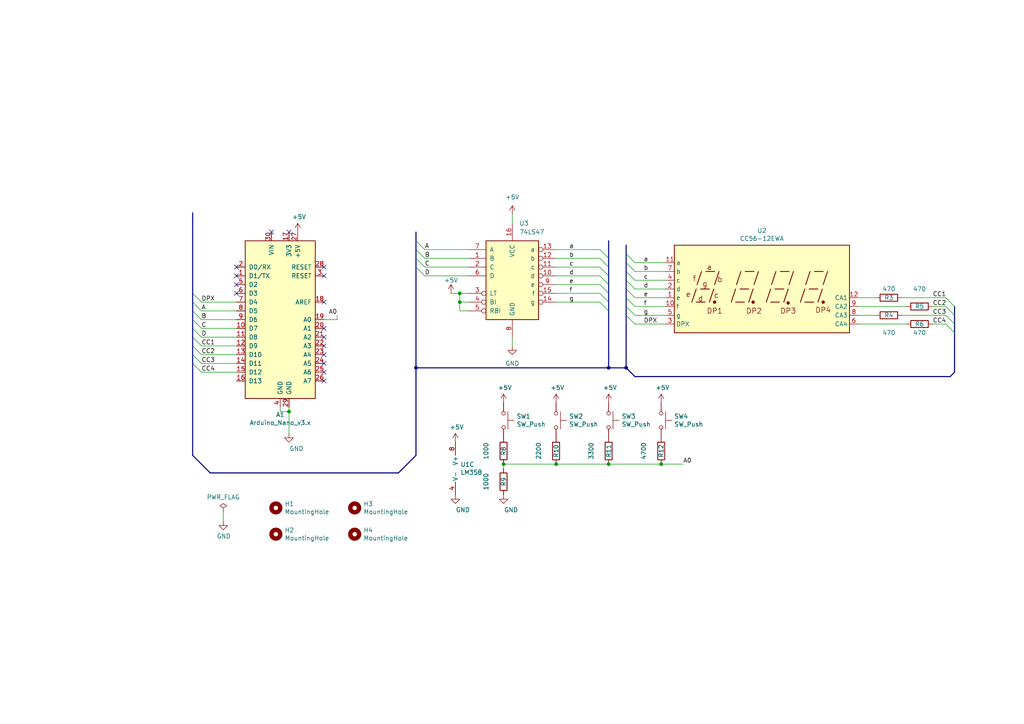
<source format=kicad_sch>
(kicad_sch (version 20211123) (generator eeschema)
  (paper "A4")
  (lib_symbols
    (symbol "74xx:74LS47" (pin_names (offset 1.016))
      (property "Reference" "U" (at -7.62 11.43 0))
      (property "Value" "74LS47" (at -7.62 -13.97 0))
      (symbol "74LS47_1_0"
        (pin input line (at -12.7 5.08 0) (length 5.08) (name "B") (number "1"))
        (pin open_collector inverted (at 12.7 0 180) (length 5.08) (name "d") (number "10"))
        (pin open_collector inverted (at 12.7 2.54 180) (length 5.08) (name "c") (number "11"))
        (pin open_collector inverted (at 12.7 5.08 180) (length 5.08) (name "b") (number "12"))
        (pin open_collector inverted (at 12.7 7.62 180) (length 5.08) (name "a") (number "13"))
        (pin open_collector inverted (at 12.7 -7.62 180) (length 5.08) (name "g") (number "14"))
        (pin open_collector inverted (at 12.7 -5.08 180) (length 5.08) (name "f") (number "15"))
        (pin power_in line (at 0 15.24 270) (length 5.08) (name "VCC") (number "16"))
        (pin input line (at -12.7 2.54 0) (length 5.08) (name "C") (number "2"))
        (pin input inverted (at -12.7 -5.08 0) (length 5.08) (name "LT") (number "3"))
        (pin input inverted (at -12.7 -7.62 0) (length 5.08) (name "BI") (number "4"))
        (pin input inverted (at -12.7 -10.16 0) (length 5.08) (name "RBI") (number "5"))
        (pin input line (at -12.7 0 0) (length 5.08) (name "D") (number "6"))
        (pin input line (at -12.7 7.62 0) (length 5.08) (name "A") (number "7"))
        (pin power_in line (at 0 -17.78 90) (length 5.08) (name "GND") (number "8"))
        (pin open_collector inverted (at 12.7 -2.54 180) (length 5.08) (name "e") (number "9"))
      )
      (symbol "74LS47_1_1"
        (rectangle (start -7.62 10.16) (end 7.62 -12.7) (stroke (width 0.254)) (fill (type background)))
      )
    )
    (symbol "Termometro-rescue:+5V-power" (power) (pin_names (offset 0))
      (property "Value" "+5V-power" (at 0 3.556 0))
      (symbol "+5V-power_0_1"
        (polyline (pts (xy -0.762 1.27) (xy 0 2.54)))
        (polyline (pts (xy 0 0) (xy 0 2.54)))
        (polyline (pts (xy 0 2.54) (xy 0.762 1.27)))
      )
      (symbol "+5V-power_1_1"
        (pin power_in line (at 0 0 90) (length 0) hide (name "+5V") (number "1"))
      )
    )
    (symbol "Termometro-rescue:Arduino_Nano_v3.x-MCU_Module" (pin_names (offset 1.016))
      (property "Reference" "A" (at -5.08 26.035 0))
      (property "Value" "Arduino_Nano_v3.x-MCU_Module" (at -5.08 24.13 0))
      (symbol "Arduino_Nano_v3.x-MCU_Module_0_1"
        (rectangle (start -10.16 22.86) (end 10.16 -22.86) (stroke (width 0.254)) (fill (type background)))
      )
      (symbol "Arduino_Nano_v3.x-MCU_Module_1_1"
        (pin bidirectional line (at -12.7 12.7 0) (length 2.54) (name "D1/TX") (number "1"))
        (pin bidirectional line (at -12.7 -2.54 0) (length 2.54) (name "D7") (number "10"))
        (pin bidirectional line (at -12.7 -5.08 0) (length 2.54) (name "D8") (number "11"))
        (pin bidirectional line (at -12.7 -7.62 0) (length 2.54) (name "D9") (number "12"))
        (pin bidirectional line (at -12.7 -10.16 0) (length 2.54) (name "D10") (number "13"))
        (pin bidirectional line (at -12.7 -12.7 0) (length 2.54) (name "D11") (number "14"))
        (pin bidirectional line (at -12.7 -15.24 0) (length 2.54) (name "D12") (number "15"))
        (pin bidirectional line (at -12.7 -17.78 0) (length 2.54) (name "D13") (number "16"))
        (pin power_out line (at 2.54 25.4 270) (length 2.54) (name "3V3") (number "17"))
        (pin input line (at 12.7 5.08 180) (length 2.54) (name "AREF") (number "18"))
        (pin bidirectional line (at 12.7 0 180) (length 2.54) (name "A0") (number "19"))
        (pin bidirectional line (at -12.7 15.24 0) (length 2.54) (name "D0/RX") (number "2"))
        (pin bidirectional line (at 12.7 -2.54 180) (length 2.54) (name "A1") (number "20"))
        (pin bidirectional line (at 12.7 -5.08 180) (length 2.54) (name "A2") (number "21"))
        (pin bidirectional line (at 12.7 -7.62 180) (length 2.54) (name "A3") (number "22"))
        (pin bidirectional line (at 12.7 -10.16 180) (length 2.54) (name "A4") (number "23"))
        (pin bidirectional line (at 12.7 -12.7 180) (length 2.54) (name "A5") (number "24"))
        (pin bidirectional line (at 12.7 -15.24 180) (length 2.54) (name "A6") (number "25"))
        (pin bidirectional line (at 12.7 -17.78 180) (length 2.54) (name "A7") (number "26"))
        (pin power_out line (at 5.08 25.4 270) (length 2.54) (name "+5V") (number "27"))
        (pin input line (at 12.7 15.24 180) (length 2.54) (name "RESET") (number "28"))
        (pin power_in line (at 2.54 -25.4 90) (length 2.54) (name "GND") (number "29"))
        (pin input line (at 12.7 12.7 180) (length 2.54) (name "RESET") (number "3"))
        (pin power_in line (at -2.54 25.4 270) (length 2.54) (name "VIN") (number "30"))
        (pin power_in line (at 0 -25.4 90) (length 2.54) (name "GND") (number "4"))
        (pin bidirectional line (at -12.7 10.16 0) (length 2.54) (name "D2") (number "5"))
        (pin bidirectional line (at -12.7 7.62 0) (length 2.54) (name "D3") (number "6"))
        (pin bidirectional line (at -12.7 5.08 0) (length 2.54) (name "D4") (number "7"))
        (pin bidirectional line (at -12.7 2.54 0) (length 2.54) (name "D5") (number "8"))
        (pin bidirectional line (at -12.7 0 0) (length 2.54) (name "D6") (number "9"))
      )
    )
    (symbol "Termometro-rescue:CA56-12CGKWA-Display_Character"
      (property "Reference" "U" (at -24.13 13.97 0))
      (property "Value" "CA56-12CGKWA-Display_Character" (at 17.78 13.97 0))
      (symbol "CA56-12CGKWA-Display_Character_0_0"
        (rectangle (start -25.4 12.7) (end 25.4 -12.7) (stroke (width 0.254)) (fill (type background)))
        (polyline (pts (xy -20.32 -3.81) (xy -19.05 0)) (stroke (width 0.254)))
        (polyline (pts (xy -19.05 -3.81) (xy -16.51 -3.81)) (stroke (width 0.254)))
        (polyline (pts (xy -18.796 1.27) (xy -17.526 5.08)) (stroke (width 0.254)))
        (polyline (pts (xy -17.78 0) (xy -15.24 0)) (stroke (width 0.254)))
        (polyline (pts (xy -16.256 5.08) (xy -13.716 5.08)) (stroke (width 0.254)))
        (polyline (pts (xy -15.24 -3.81) (xy -13.97 0)) (stroke (width 0.254)))
        (polyline (pts (xy -13.716 1.27) (xy -12.446 5.08)) (stroke (width 0.254)))
        (polyline (pts (xy -8.89 -3.81) (xy -7.62 0)) (stroke (width 0.254)))
        (polyline (pts (xy -7.62 -3.81) (xy -5.08 -3.81)) (stroke (width 0.254)))
        (polyline (pts (xy -7.366 1.27) (xy -6.096 5.08)) (stroke (width 0.254)))
        (polyline (pts (xy -6.35 0) (xy -3.81 0)) (stroke (width 0.254)))
        (polyline (pts (xy -4.826 5.08) (xy -2.286 5.08)) (stroke (width 0.254)))
        (polyline (pts (xy -3.81 -3.81) (xy -2.54 0)) (stroke (width 0.254)))
        (polyline (pts (xy -2.286 1.27) (xy -1.016 5.08)) (stroke (width 0.254)))
        (polyline (pts (xy 1.27 -3.81) (xy 2.54 0)) (stroke (width 0.254)))
        (polyline (pts (xy 2.54 -3.81) (xy 5.08 -3.81)) (stroke (width 0.254)))
        (polyline (pts (xy 2.794 1.27) (xy 4.064 5.08)) (stroke (width 0.254)))
        (polyline (pts (xy 3.81 0) (xy 6.35 0)) (stroke (width 0.254)))
        (polyline (pts (xy 5.334 5.08) (xy 7.874 5.08)) (stroke (width 0.254)))
        (polyline (pts (xy 6.35 -3.81) (xy 7.62 0)) (stroke (width 0.254)))
        (polyline (pts (xy 7.874 1.27) (xy 9.144 5.08)) (stroke (width 0.254)))
        (polyline (pts (xy 11.176 -3.81) (xy 12.446 0)) (stroke (width 0.254)))
        (polyline (pts (xy 12.446 -3.81) (xy 14.986 -3.81)) (stroke (width 0.254)))
        (polyline (pts (xy 12.7 1.27) (xy 13.97 5.08)) (stroke (width 0.254)))
        (polyline (pts (xy 13.716 0) (xy 16.256 0)) (stroke (width 0.254)))
        (polyline (pts (xy 15.24 5.08) (xy 17.78 5.08)) (stroke (width 0.254)))
        (polyline (pts (xy 16.256 -3.81) (xy 17.526 0)) (stroke (width 0.254)))
        (polyline (pts (xy 17.78 1.27) (xy 19.05 5.08)) (stroke (width 0.254)))
        (text "a" (at -15.24 6.35 0) (effects (font (size 1.524 1.524))))
        (text "b" (at -12.192 2.794 0) (effects (font (size 1.524 1.524))))
        (text "c" (at -13.208 -1.778 0) (effects (font (size 1.524 1.524))))
        (text "d" (at -17.78 -2.794 0) (effects (font (size 1.524 1.524))))
        (text "DP1" (at -13.716 -6.35 0) (effects (font (size 1.524 1.524))))
        (text "DP2" (at -2.286 -6.35 0) (effects (font (size 1.524 1.524))))
        (text "DP3" (at 7.62 -6.35 0) (effects (font (size 1.524 1.524))))
        (text "DP4" (at 17.78 -6.096 0) (effects (font (size 1.524 1.524))))
        (text "e" (at -21.336 -1.524 0) (effects (font (size 1.524 1.524))))
        (text "f" (at -19.558 3.048 0) (effects (font (size 1.524 1.524))))
        (text "g" (at -16.51 1.524 0) (effects (font (size 1.524 1.524))))
      )
      (symbol "CA56-12CGKWA-Display_Character_0_1"
        (circle (center -13.716 -3.81) (radius 0.3556) (stroke (width 0.254)) (fill (type outline)))
        (circle (center -2.54 -3.81) (radius 0.3556) (stroke (width 0.254)) (fill (type outline)))
      )
      (symbol "CA56-12CGKWA-Display_Character_1_0"
        (circle (center 7.62 -4.064) (radius 0.3556) (stroke (width 0.254)) (fill (type outline)))
        (circle (center 17.78 -3.81) (radius 0.3556) (stroke (width 0.254)) (fill (type outline)))
      )
      (symbol "CA56-12CGKWA-Display_Character_1_1"
        (pin input line (at -27.94 -2.54 0) (length 2.54) (name "e") (number "1"))
        (pin input line (at -27.94 -5.08 0) (length 2.54) (name "f") (number "10"))
        (pin input line (at -27.94 7.62 0) (length 2.54) (name "a") (number "11"))
        (pin input line (at 27.94 -2.54 180) (length 2.54) (name "CA1") (number "12"))
        (pin input line (at -27.94 0 0) (length 2.54) (name "d") (number "2"))
        (pin input line (at -27.94 -10.16 0) (length 2.54) (name "DPX") (number "3"))
        (pin input line (at -27.94 2.54 0) (length 2.54) (name "c") (number "4"))
        (pin input line (at -27.94 -7.62 0) (length 2.54) (name "g") (number "5"))
        (pin input line (at 27.94 -10.16 180) (length 2.54) (name "CA4") (number "6"))
        (pin input line (at -27.94 5.08 0) (length 2.54) (name "b") (number "7"))
        (pin input line (at 27.94 -7.62 180) (length 2.54) (name "CA3") (number "8"))
        (pin input line (at 27.94 -5.08 180) (length 2.54) (name "CA2") (number "9"))
      )
    )
    (symbol "Termometro-rescue:GND-power" (power) (pin_names (offset 0))
      (property "Value" "GND-power" (at 0 -3.81 0))
      (symbol "GND-power_0_1"
        (polyline (pts (xy 0 0) (xy 0 -1.27) (xy 1.27 -1.27) (xy 0 -2.54) (xy -1.27 -1.27) (xy 0 -1.27)))
      )
      (symbol "GND-power_1_1"
        (pin power_in line (at 0 0 270) (length 0) hide (name "GND") (number "1"))
      )
    )
    (symbol "Termometro-rescue:LM358-Amplifier_Operational" (pin_names (offset 0.127))
      (property "Reference" "U" (at 0 5.08 0))
      (property "Value" "LM358-Amplifier_Operational" (at 0 -5.08 0))
      (symbol "LM358-Amplifier_Operational_1_1"
        (polyline (pts (xy -5.08 5.08) (xy 5.08 0) (xy -5.08 -5.08) (xy -5.08 5.08)) (stroke (width 0.254)) (fill (type background)))
        (pin output line (at 7.62 0 180) (length 2.54) (name "~") (number "1"))
        (pin input line (at -7.62 -2.54 0) (length 2.54) (name "-") (number "2"))
        (pin input line (at -7.62 2.54 0) (length 2.54) (name "+") (number "3"))
      )
      (symbol "LM358-Amplifier_Operational_2_1"
        (polyline (pts (xy -5.08 5.08) (xy 5.08 0) (xy -5.08 -5.08) (xy -5.08 5.08)) (stroke (width 0.254)) (fill (type background)))
        (pin input line (at -7.62 2.54 0) (length 2.54) (name "+") (number "5"))
        (pin input line (at -7.62 -2.54 0) (length 2.54) (name "-") (number "6"))
        (pin output line (at 7.62 0 180) (length 2.54) (name "~") (number "7"))
      )
      (symbol "LM358-Amplifier_Operational_3_1"
        (pin power_in line (at -2.54 -7.62 90) (length 3.81) (name "V-") (number "4"))
        (pin power_in line (at -2.54 7.62 270) (length 3.81) (name "V+") (number "8"))
      )
    )
    (symbol "Termometro-rescue:MountingHole-Mechanical" (pin_names (offset 1.016))
      (property "Reference" "H" (at 0 5.08 0))
      (property "Value" "MountingHole-Mechanical" (at 0 3.175 0))
      (symbol "MountingHole-Mechanical_0_1"
        (circle (center 0 0) (radius 1.27) (stroke (width 1.27)))
      )
    )
    (symbol "Termometro-rescue:PWR_FLAG-power" (power) (pin_numbers hide) (pin_names (offset 0) hide)
      (property "Value" "PWR_FLAG-power" (at 0 3.81 0))
      (symbol "PWR_FLAG-power_0_0"
        (pin power_out line (at 0 0 90) (length 0) (name "pwr") (number "1"))
      )
      (symbol "PWR_FLAG-power_0_1"
        (polyline (pts (xy 0 0) (xy 0 1.27) (xy -1.016 1.905) (xy 0 2.54) (xy 1.016 1.905) (xy 0 1.27)))
      )
    )
    (symbol "Termometro-rescue:R-Device" (pin_numbers hide) (pin_names (offset 0))
      (property "Reference" "R" (at 2.032 0 90))
      (property "Value" "R-Device" (at 0 0 90))
      (symbol "R-Device_0_1"
        (rectangle (start -1.016 -2.54) (end 1.016 2.54) (stroke (width 0.254)))
      )
      (symbol "R-Device_1_1"
        (pin passive line (at 0 3.81 270) (length 1.27) (name "~") (number "1"))
        (pin passive line (at 0 -3.81 90) (length 1.27) (name "~") (number "2"))
      )
    )
    (symbol "Termometro-rescue:SW_Push-Switch" (pin_numbers hide) (pin_names (offset 1.016) hide)
      (property "Reference" "SW" (at 1.27 2.54 0))
      (property "Value" "SW_Push-Switch" (at 0 -1.524 0))
      (symbol "SW_Push-Switch_0_1"
        (circle (center -2.032 0) (radius 0.508))
        (polyline (pts (xy 0 1.27) (xy 0 3.048)))
        (polyline (pts (xy 2.54 1.27) (xy -2.54 1.27)))
        (circle (center 2.032 0) (radius 0.508))
        (pin passive line (at -5.08 0 0) (length 2.54) (name "1") (number "1"))
        (pin passive line (at 5.08 0 180) (length 2.54) (name "2") (number "2"))
      )
    )
    (symbol "power:+5V" (power) (pin_names (offset 0))
      (property "Value" "+5V" (at 0 3.556 0))
      (symbol "+5V_0_1"
        (polyline (pts (xy -0.762 1.27) (xy 0 2.54)))
        (polyline (pts (xy 0 0) (xy 0 2.54)))
        (polyline (pts (xy 0 2.54) (xy 0.762 1.27)))
      )
      (symbol "+5V_1_1"
        (pin power_in line (at 0 0 90) (length 0) hide (name "+5V") (number "1"))
      )
    )
    (symbol "power:GND" (power) (pin_names (offset 0))
      (property "Value" "GND" (at 0 -3.81 0))
      (symbol "GND_0_1"
        (polyline (pts (xy 0 0) (xy 0 -1.27) (xy 1.27 -1.27) (xy 0 -2.54) (xy -1.27 -1.27) (xy 0 -1.27)))
      )
      (symbol "GND_1_1"
        (pin power_in line (at 0 0 270) (length 0) hide (name "GND") (number "1"))
      )
    )
  )
  (junction (at 161.29 134.62))
  (junction (at 133.35 87.63))
  (junction (at 83.82 119.38))
  (junction (at 181.61 106.68))
  (junction (at 146.05 134.62))
  (junction (at 133.35 85.09))
  (junction (at 176.53 106.68))
  (junction (at 176.53 134.62))
  (junction (at 191.77 134.62))
  (junction (at 120.65 106.68))
  (no_connect (at 93.98 105.41))
  (no_connect (at 68.58 77.47))
  (no_connect (at 68.58 85.09))
  (no_connect (at 68.58 82.55))
  (no_connect (at 68.58 80.01))
  (no_connect (at 93.98 100.33))
  (no_connect (at 83.82 67.31))
  (no_connect (at 93.98 102.87))
  (no_connect (at 93.98 97.79))
  (no_connect (at 93.98 110.49))
  (no_connect (at 93.98 87.63))
  (no_connect (at 93.98 107.95))
  (no_connect (at 78.74 67.31))
  (no_connect (at 93.98 95.25))
  (no_connect (at 93.98 80.01))
  (no_connect (at 93.98 77.47))
  (bus_entry (at 55.88 90.17) (size 2.54 2.54))
  (bus_entry (at 181.61 83.82) (size 2.54 2.54))
  (bus_entry (at 55.88 87.63) (size 2.54 2.54))
  (bus_entry (at 181.61 88.9) (size 2.54 2.54))
  (bus_entry (at 55.88 97.79) (size 2.54 2.54))
  (bus_entry (at 274.32 86.36) (size 2.54 2.54))
  (bus_entry (at 55.88 105.41) (size 2.54 2.54))
  (bus_entry (at 55.88 102.87) (size 2.54 2.54))
  (bus_entry (at 181.61 78.74) (size 2.54 2.54))
  (bus_entry (at 181.61 73.66) (size 2.54 2.54))
  (bus_entry (at 274.32 88.9) (size 2.54 2.54))
  (bus_entry (at 274.32 93.98) (size 2.54 2.54))
  (bus_entry (at 173.99 80.01) (size 2.54 2.54))
  (bus_entry (at 173.99 82.55) (size 2.54 2.54))
  (bus_entry (at 173.99 85.09) (size 2.54 2.54))
  (bus_entry (at 173.99 87.63) (size 2.54 2.54))
  (bus_entry (at 173.99 72.39) (size 2.54 2.54))
  (bus_entry (at 173.99 74.93) (size 2.54 2.54))
  (bus_entry (at 173.99 77.47) (size 2.54 2.54))
  (bus_entry (at 181.61 86.36) (size 2.54 2.54))
  (bus_entry (at 181.61 76.2) (size 2.54 2.54))
  (bus_entry (at 181.61 81.28) (size 2.54 2.54))
  (bus_entry (at 55.88 85.09) (size 2.54 2.54))
  (bus_entry (at 55.88 100.33) (size 2.54 2.54))
  (bus_entry (at 120.65 69.85) (size 2.54 2.54))
  (bus_entry (at 120.65 72.39) (size 2.54 2.54))
  (bus_entry (at 120.65 74.93) (size 2.54 2.54))
  (bus_entry (at 120.65 77.47) (size 2.54 2.54))
  (bus_entry (at 55.88 95.25) (size 2.54 2.54))
  (bus_entry (at 181.61 91.44) (size 2.54 2.54))
  (bus_entry (at 274.32 91.44) (size 2.54 2.54))
  (bus_entry (at 55.88 92.71) (size 2.54 2.54))
  (bus (pts (xy 120.65 69.85) (xy 120.65 72.39)))
  (bus (pts (xy 176.53 87.63) (xy 176.53 90.17)))
  (bus (pts (xy 181.61 106.68) (xy 184.15 109.22)))
  (wire (pts (xy 133.35 85.09) (xy 133.35 87.63)))
  (bus (pts (xy 60.96 137.16) (xy 115.57 137.16)))
  (bus (pts (xy 176.53 82.55) (xy 176.53 85.09)))
  (wire (pts (xy 133.35 87.63) (xy 135.89 87.63)))
  (bus (pts (xy 176.53 77.47) (xy 176.53 80.01)))
  (bus (pts (xy 176.53 90.17) (xy 176.53 106.68)))
  (wire (pts (xy 148.59 62.23) (xy 148.59 64.77)))
  (wire (pts (xy 184.15 93.98) (xy 193.04 93.98)))
  (wire (pts (xy 83.82 125.73) (xy 83.82 119.38)))
  (bus (pts (xy 55.88 92.71) (xy 55.88 95.25)))
  (wire (pts (xy 161.29 74.93) (xy 173.99 74.93)))
  (wire (pts (xy 123.19 72.39) (xy 135.89 72.39)))
  (bus (pts (xy 120.65 72.39) (xy 120.65 74.93)))
  (wire (pts (xy 184.15 88.9) (xy 193.04 88.9)))
  (wire (pts (xy 123.19 77.47) (xy 135.89 77.47)))
  (wire (pts (xy 64.77 148.59) (xy 64.77 151.13)))
  (wire (pts (xy 83.82 119.38) (xy 83.82 118.11)))
  (bus (pts (xy 55.88 100.33) (xy 55.88 102.87)))
  (bus (pts (xy 176.53 80.01) (xy 176.53 82.55)))
  (wire (pts (xy 130.81 85.09) (xy 133.35 85.09)))
  (bus (pts (xy 181.61 83.82) (xy 181.61 86.36)))
  (wire (pts (xy 58.42 90.17) (xy 68.58 90.17)))
  (bus (pts (xy 276.86 96.52) (xy 276.86 107.95)))
  (wire (pts (xy 184.15 91.44) (xy 193.04 91.44)))
  (bus (pts (xy 55.88 61.722) (xy 55.88 85.09)))
  (bus (pts (xy 55.88 85.09) (xy 55.88 87.63)))
  (wire (pts (xy 184.15 86.36) (xy 193.04 86.36)))
  (bus (pts (xy 120.65 74.93) (xy 120.65 77.47)))
  (wire (pts (xy 184.15 76.2) (xy 193.04 76.2)))
  (wire (pts (xy 161.29 82.55) (xy 173.99 82.55)))
  (wire (pts (xy 161.29 85.09) (xy 173.99 85.09)))
  (wire (pts (xy 93.98 92.71) (xy 97.79 92.71)))
  (bus (pts (xy 181.61 71.12) (xy 181.61 73.66)))
  (wire (pts (xy 123.19 74.93) (xy 135.89 74.93)))
  (wire (pts (xy 176.53 134.62) (xy 191.77 134.62)))
  (wire (pts (xy 274.32 93.98) (xy 270.51 93.98)))
  (wire (pts (xy 184.15 81.28) (xy 193.04 81.28)))
  (wire (pts (xy 274.32 88.9) (xy 270.51 88.9)))
  (wire (pts (xy 261.62 91.44) (xy 274.32 91.44)))
  (bus (pts (xy 181.61 86.36) (xy 181.61 88.9)))
  (bus (pts (xy 181.61 78.74) (xy 181.61 81.28)))
  (wire (pts (xy 81.28 119.38) (xy 83.82 119.38)))
  (bus (pts (xy 55.88 132.08) (xy 60.96 137.16)))
  (bus (pts (xy 276.86 107.95) (xy 275.59 109.22)))
  (wire (pts (xy 146.05 135.89) (xy 146.05 134.62)))
  (bus (pts (xy 55.88 90.17) (xy 55.88 92.71)))
  (wire (pts (xy 184.15 83.82) (xy 193.04 83.82)))
  (wire (pts (xy 161.29 80.01) (xy 173.99 80.01)))
  (wire (pts (xy 58.42 95.25) (xy 68.58 95.25)))
  (bus (pts (xy 181.61 76.2) (xy 181.61 78.74)))
  (bus (pts (xy 120.65 106.68) (xy 120.65 132.08)))
  (wire (pts (xy 161.29 72.39) (xy 173.99 72.39)))
  (bus (pts (xy 55.88 105.41) (xy 55.88 132.08)))
  (bus (pts (xy 55.88 95.25) (xy 55.88 97.79)))
  (wire (pts (xy 191.77 134.62) (xy 198.12 134.62)))
  (wire (pts (xy 161.29 77.47) (xy 173.99 77.47)))
  (wire (pts (xy 58.42 102.87) (xy 68.58 102.87)))
  (wire (pts (xy 146.05 134.62) (xy 161.29 134.62)))
  (bus (pts (xy 276.86 91.44) (xy 276.86 93.98)))
  (wire (pts (xy 184.15 78.74) (xy 193.04 78.74)))
  (wire (pts (xy 81.28 118.11) (xy 81.28 119.38)))
  (wire (pts (xy 58.42 97.79) (xy 68.58 97.79)))
  (bus (pts (xy 276.86 93.98) (xy 276.86 96.52)))
  (wire (pts (xy 133.35 90.17) (xy 135.89 90.17)))
  (bus (pts (xy 120.65 77.47) (xy 120.65 106.68)))
  (wire (pts (xy 58.42 92.71) (xy 68.58 92.71)))
  (wire (pts (xy 248.92 86.36) (xy 254 86.36)))
  (wire (pts (xy 248.92 88.9) (xy 262.89 88.9)))
  (bus (pts (xy 181.61 73.66) (xy 181.61 76.2)))
  (bus (pts (xy 176.53 69.85) (xy 176.53 74.93)))
  (wire (pts (xy 274.32 86.36) (xy 261.62 86.36)))
  (bus (pts (xy 181.61 91.44) (xy 181.61 106.68)))
  (bus (pts (xy 120.65 106.68) (xy 176.53 106.68)))
  (bus (pts (xy 176.53 74.93) (xy 176.53 77.47)))
  (wire (pts (xy 58.42 107.95) (xy 68.58 107.95)))
  (bus (pts (xy 55.88 87.63) (xy 55.88 90.17)))
  (wire (pts (xy 248.92 91.44) (xy 254 91.44)))
  (wire (pts (xy 133.35 85.09) (xy 135.89 85.09)))
  (wire (pts (xy 133.35 87.63) (xy 133.35 90.17)))
  (bus (pts (xy 176.53 85.09) (xy 176.53 87.63)))
  (wire (pts (xy 161.29 134.62) (xy 176.53 134.62)))
  (wire (pts (xy 58.42 105.41) (xy 68.58 105.41)))
  (wire (pts (xy 123.19 80.01) (xy 135.89 80.01)))
  (bus (pts (xy 276.86 88.9) (xy 276.86 91.44)))
  (bus (pts (xy 55.88 102.87) (xy 55.88 105.41)))
  (bus (pts (xy 184.15 109.22) (xy 275.59 109.22)))
  (bus (pts (xy 115.57 137.16) (xy 120.65 132.08)))
  (bus (pts (xy 181.61 81.28) (xy 181.61 83.82)))
  (wire (pts (xy 58.42 100.33) (xy 68.58 100.33)))
  (wire (pts (xy 148.59 97.79) (xy 148.59 100.33)))
  (wire (pts (xy 58.42 87.63) (xy 68.58 87.63)))
  (bus (pts (xy 55.88 97.79) (xy 55.88 100.33)))
  (wire (pts (xy 97.79 92.71) (xy 97.79 91.44)))
  (bus (pts (xy 176.53 106.68) (xy 181.61 106.68)))
  (wire (pts (xy 161.29 87.63) (xy 173.99 87.63)))
  (wire (pts (xy 248.92 93.98) (xy 262.89 93.98)))
  (bus (pts (xy 181.61 88.9) (xy 181.61 91.44)))
  (bus (pts (xy 120.65 67.31) (xy 120.65 69.85)))
  (label "d" (at 165.1 80.01 0))
  (label "B" (at 58.42 92.71 0))
  (label "B" (at 123.19 74.93 0))
  (label "A0" (at 198.12 134.62 0))
  (label "CC1" (at 58.42 100.33 0))
  (label "g" (at 186.69 91.44 0))
  (label "A" (at 123.19 72.39 0))
  (label "f" (at 165.1 85.09 0))
  (label "C" (at 58.42 95.25 0))
  (label "e" (at 165.1 82.55 0))
  (label "DPX" (at 58.42 87.63 0))
  (label "CC4" (at 58.42 107.95 0))
  (label "A0" (at 97.79 91.44 180))
  (label "a" (at 165.1 72.39 0))
  (label "CC3" (at 270.51 91.44 0))
  (label "c" (at 165.1 77.47 0))
  (label "g" (at 165.1 87.63 0))
  (label "D" (at 58.42 97.79 0))
  (label "d" (at 186.69 83.82 0))
  (label "C" (at 123.19 77.47 0))
  (label "a" (at 186.69 76.2 0))
  (label "CC1" (at 270.51 86.36 0))
  (label "DPX" (at 186.69 93.98 0))
  (label "e" (at 186.69 86.36 0))
  (label "f" (at 186.69 88.9 0))
  (label "CC2" (at 58.42 102.87 0))
  (label "A" (at 58.42 90.17 0))
  (label "c" (at 186.69 81.28 0))
  (label "CC3" (at 58.42 105.41 0))
  (label "CC4" (at 270.51 93.98 0))
  (label "b" (at 186.69 78.74 0))
  (label "D" (at 123.19 80.01 0))
  (label "CC2" (at 270.51 88.9 0))
  (label "b" (at 165.1 74.93 0))
  (symbol (lib_id "Termometro-rescue:Arduino_Nano_v3.x-MCU_Module") (at 81.28 92.71 0) (unit 1)
    (property "Reference" "A1" (at 81.28 120.2944 0))
    (property "Value" "Arduino_Nano_v3.x" (at 81.28 122.6058 0))
    (property "Footprint" "LibreriaCustomLemos:Arduino_Nano_WithMountingHoles" (effects hide))
    (property "Datasheet" "http://www.mouser.com/pdfdocs/Gravitech_Arduino_Nano3_0.pdf" (effects hide))
  )
  (symbol (lib_id "Termometro-rescue:CA56-12CGKWA-Display_Character") (at 220.98 83.82 0) (unit 1)
    (property "Reference" "U2" (at 220.98 66.8782 0))
    (property "Value" "CC56-12EWA" (at 220.98 69.1896 0))
    (property "Footprint" "Displays_7-Segment:CA56-12EWA" (effects hide))
    (property "Datasheet" "http://www.kingbrightusa.com/images/catalog/SPEC/CA56-12EWA.pdf" (effects hide))
  )
  (symbol (lib_id "Termometro-rescue:R-Device") (at 257.81 86.36 270) (unit 1)
    (property "Reference" "R3" (at 257.81 86.36 90))
    (property "Value" "470" (at 257.81 83.82 90))
    (property "Footprint" "LibreriaCustumLemos:R_Axial_DIN0207_L6.3mm_D2.5mm_P10.16mm_Horizontal" (effects hide))
  )
  (symbol (lib_id "Termometro-rescue:R-Device") (at 266.7 88.9 270) (unit 1)
    (property "Reference" "R5" (at 266.7 88.9 90))
    (property "Value" "470" (at 266.7 83.82 90))
    (property "Footprint" "LibreriaCustumLemos:R_Axial_DIN0207_L6.3mm_D2.5mm_P10.16mm_Horizontal" (effects hide))
  )
  (symbol (lib_id "Termometro-rescue:R-Device") (at 257.81 91.44 270) (unit 1)
    (property "Reference" "R4" (at 257.81 91.44 90))
    (property "Value" "470" (at 257.81 96.52 90))
    (property "Footprint" "LibreriaCustumLemos:R_Axial_DIN0207_L6.3mm_D2.5mm_P10.16mm_Horizontal" (effects hide))
  )
  (symbol (lib_id "Termometro-rescue:R-Device") (at 266.7 93.98 270) (unit 1)
    (property "Reference" "R6" (at 266.7 93.98 90))
    (property "Value" "470" (at 266.7 96.52 90))
    (property "Footprint" "LibreriaCustumLemos:R_Axial_DIN0207_L6.3mm_D2.5mm_P10.16mm_Horizontal" (effects hide))
  )
  (symbol (lib_id "Termometro-rescue:GND-power") (at 83.82 125.73 0) (unit 1)
    (property "Reference" "#PWR0102" (effects hide))
    (property "Value" "GND" (at 83.947 130.1242 0) (effects (justify left)))
  )
  (symbol (lib_id "Termometro-rescue:LM358-Amplifier_Operational") (at 134.62 135.89 0) (unit 3)
    (property "Reference" "U1" (at 133.5532 134.7216 0) (effects (justify left)))
    (property "Value" "LM358" (at 133.5532 137.033 0) (effects (justify left)))
    (property "Footprint" "Housings_DIP:DIP-8_W7.62mm_LongPads" (effects hide))
    (property "Datasheet" "http://www.ti.com/lit/ds/symlink/lm2904-n.pdf" (effects hide))
  )
  (symbol (lib_id "Termometro-rescue:GND-power") (at 132.08 143.51 0) (unit 1)
    (property "Reference" "#PWR0103" (effects hide))
    (property "Value" "GND" (at 132.207 147.9042 0) (effects (justify left)))
  )
  (symbol (lib_id "Termometro-rescue:+5V-power") (at 86.36 67.31 0) (unit 1)
    (property "Reference" "#PWR0104" (effects hide))
    (property "Value" "+5V" (at 86.741 62.9158 0))
  )
  (symbol (lib_id "Termometro-rescue:+5V-power") (at 132.08 128.27 0) (unit 1)
    (property "Reference" "#PWR0105" (effects hide))
    (property "Value" "+5V" (at 132.461 123.8758 0))
  )
  (symbol (lib_id "Termometro-rescue:SW_Push-Switch") (at 146.05 121.92 270) (unit 1)
    (property "Reference" "SW1" (at 149.8092 120.7516 90) (effects (justify left)))
    (property "Value" "SW_Push" (at 149.8092 123.063 90) (effects (justify left)))
    (property "Footprint" "Buttons_Switches_ThroughHole:SW_PUSH_6mm_h5mm" (effects hide))
  )
  (symbol (lib_id "Termometro-rescue:SW_Push-Switch") (at 161.29 121.92 270) (unit 1)
    (property "Reference" "SW2" (at 165.0492 120.7516 90) (effects (justify left)))
    (property "Value" "SW_Push" (at 165.0492 123.063 90) (effects (justify left)))
    (property "Footprint" "Buttons_Switches_ThroughHole:SW_PUSH_6mm_h5mm" (effects hide))
  )
  (symbol (lib_id "Termometro-rescue:SW_Push-Switch") (at 176.53 121.92 270) (unit 1)
    (property "Reference" "SW3" (at 180.2892 120.7516 90) (effects (justify left)))
    (property "Value" "SW_Push" (at 180.2892 123.063 90) (effects (justify left)))
    (property "Footprint" "Buttons_Switches_ThroughHole:SW_PUSH_6mm_h5mm" (effects hide))
  )
  (symbol (lib_id "Termometro-rescue:SW_Push-Switch") (at 191.77 121.92 270) (unit 1)
    (property "Reference" "SW4" (at 195.5292 120.7516 90) (effects (justify left)))
    (property "Value" "SW_Push" (at 195.5292 123.063 90) (effects (justify left)))
    (property "Footprint" "Buttons_Switches_ThroughHole:SW_PUSH_6mm_h5mm" (effects hide))
  )
  (symbol (lib_id "Termometro-rescue:+5V-power") (at 146.05 116.84 0) (unit 1)
    (property "Reference" "#PWR0108" (effects hide))
    (property "Value" "+5V" (at 146.431 112.4458 0))
  )
  (symbol (lib_id "Termometro-rescue:+5V-power") (at 161.29 116.84 0) (unit 1)
    (property "Reference" "#PWR0109" (effects hide))
    (property "Value" "+5V" (at 161.671 112.4458 0))
  )
  (symbol (lib_id "Termometro-rescue:+5V-power") (at 176.53 116.84 0) (unit 1)
    (property "Reference" "#PWR0110" (effects hide))
    (property "Value" "+5V" (at 176.911 112.4458 0))
  )
  (symbol (lib_id "Termometro-rescue:+5V-power") (at 191.77 116.84 0) (unit 1)
    (property "Reference" "#PWR0111" (effects hide))
    (property "Value" "+5V" (at 192.151 112.4458 0))
  )
  (symbol (lib_id "Termometro-rescue:R-Device") (at 146.05 130.81 180) (unit 1)
    (property "Reference" "R8" (at 146.05 130.81 90))
    (property "Value" "1000" (at 140.97 130.81 90))
    (property "Footprint" "LibreriaCustumLemos:R_Axial_DIN0207_L6.3mm_D2.5mm_P10.16mm_Horizontal" (effects hide))
  )
  (symbol (lib_id "Termometro-rescue:R-Device") (at 161.29 130.81 180) (unit 1)
    (property "Reference" "R10" (at 161.29 130.81 90))
    (property "Value" "2200" (at 156.21 130.81 90))
    (property "Footprint" "LibreriaCustumLemos:R_Axial_DIN0207_L6.3mm_D2.5mm_P10.16mm_Horizontal" (effects hide))
  )
  (symbol (lib_id "Termometro-rescue:R-Device") (at 176.53 130.81 180) (unit 1)
    (property "Reference" "R11" (at 176.53 130.81 90))
    (property "Value" "3300" (at 171.45 130.81 90))
    (property "Footprint" "LibreriaCustumLemos:R_Axial_DIN0207_L6.3mm_D2.5mm_P10.16mm_Horizontal" (effects hide))
  )
  (symbol (lib_id "Termometro-rescue:R-Device") (at 191.77 130.81 180) (unit 1)
    (property "Reference" "R12" (at 191.77 130.81 90))
    (property "Value" "4700" (at 186.69 130.81 90))
    (property "Footprint" "LibreriaCustumLemos:R_Axial_DIN0207_L6.3mm_D2.5mm_P10.16mm_Horizontal" (effects hide))
  )
  (symbol (lib_id "Termometro-rescue:R-Device") (at 146.05 139.7 180) (unit 1)
    (property "Reference" "R9" (at 146.05 139.7 90))
    (property "Value" "1000" (at 140.97 139.7 90))
    (property "Footprint" "LibreriaCustumLemos:R_Axial_DIN0207_L6.3mm_D2.5mm_P10.16mm_Horizontal" (effects hide))
  )
  (symbol (lib_id "Termometro-rescue:GND-power") (at 146.05 143.51 0) (unit 1)
    (property "Reference" "#PWR0112" (effects hide))
    (property "Value" "GND" (at 146.177 147.9042 0) (effects (justify left)))
  )
  (symbol (lib_id "Termometro-rescue:PWR_FLAG-power") (at 64.77 148.59 0) (unit 1)
    (property "Reference" "#FLG0101" (effects hide))
    (property "Value" "PWR_FLAG" (at 64.77 144.1958 0))
  )
  (symbol (lib_id "Termometro-rescue:GND-power") (at 64.77 151.13 0) (unit 1)
    (property "Reference" "#PWR0113" (effects hide))
    (property "Value" "GND" (at 64.897 155.5242 0))
  )
  (symbol (lib_id "Termometro-rescue:MountingHole-Mechanical") (at 80.01 147.32 0) (unit 1)
    (property "Reference" "H1" (at 82.55 146.1516 0) (effects (justify left)))
    (property "Value" "MountingHole" (at 82.55 148.463 0) (effects (justify left)))
    (property "Footprint" "MountingHole:MountingHole_3.2mm_M3" (effects hide))
  )
  (symbol (lib_id "Termometro-rescue:MountingHole-Mechanical") (at 102.87 147.32 0) (unit 1)
    (property "Reference" "H3" (at 105.41 146.1516 0) (effects (justify left)))
    (property "Value" "MountingHole" (at 105.41 148.463 0) (effects (justify left)))
    (property "Footprint" "MountingHole:MountingHole_3.2mm_M3" (effects hide))
  )
  (symbol (lib_id "Termometro-rescue:MountingHole-Mechanical") (at 80.01 154.94 0) (unit 1)
    (property "Reference" "H2" (at 82.55 153.7716 0) (effects (justify left)))
    (property "Value" "MountingHole" (at 82.55 156.083 0) (effects (justify left)))
    (property "Footprint" "MountingHole:MountingHole_3.2mm_M3" (effects hide))
  )
  (symbol (lib_id "Termometro-rescue:MountingHole-Mechanical") (at 102.87 154.94 0) (unit 1)
    (property "Reference" "H4" (at 105.41 153.7716 0) (effects (justify left)))
    (property "Value" "MountingHole" (at 105.41 156.083 0) (effects (justify left)))
    (property "Footprint" "MountingHole:MountingHole_3.2mm_M3" (effects hide))
  )
  (symbol (lib_id "74xx:74LS47") (at 148.59 80.01 0) (unit 1)
    (property "Reference" "U3" (at 150.6094 64.77 0) (effects (justify left)))
    (property "Value" "74LS47" (at 150.6094 67.31 0) (effects (justify left)))
    (property "Footprint" "Package_DIP:DIP-16_W7.62mm_Socket" (effects hide))
    (property "Datasheet" "http://www.ti.com/lit/gpn/sn74LS47" (effects hide))
  )
  (symbol (lib_id "power:+5V") (at 130.81 85.09 0) (unit 1)
    (property "Reference" "#PWR0106" (effects hide))
    (property "Value" "+5V" (at 130.81 81.28 0))
  )
  (symbol (lib_id "power:GND") (at 148.59 100.33 0) (unit 1)
    (property "Reference" "#PWR0101" (effects hide))
    (property "Value" "GND" (at 148.59 105.41 0))
  )
  (symbol (lib_id "power:+5V") (at 148.59 62.23 0) (unit 1)
    (property "Reference" "#PWR0107" (effects hide))
    (property "Value" "+5V" (at 148.59 57.15 0))
  )
)
</source>
